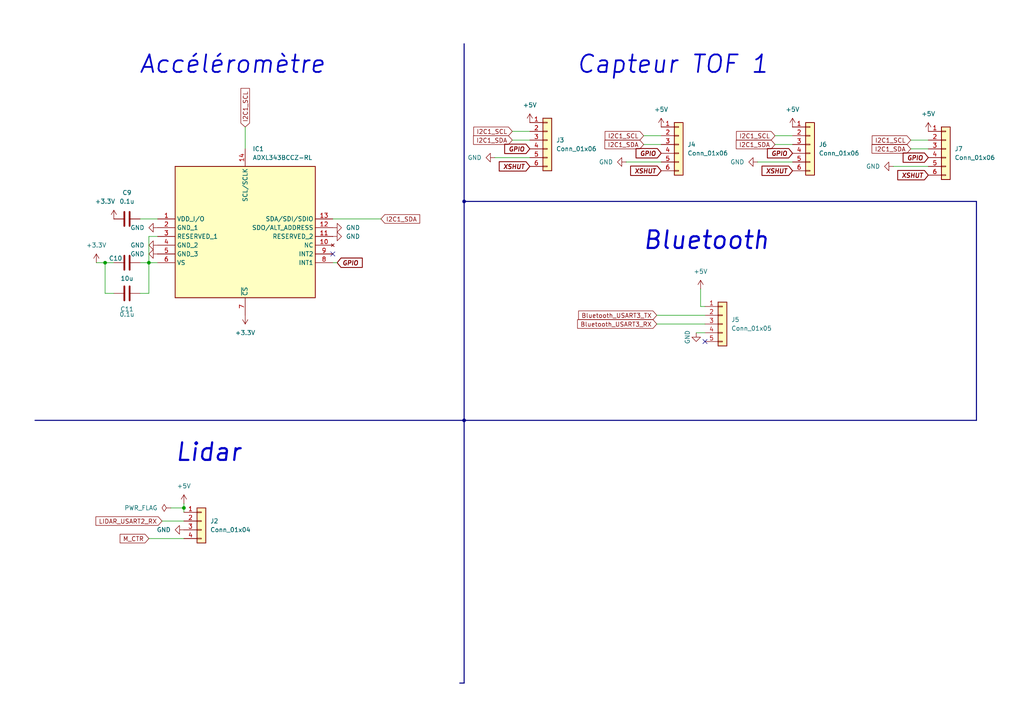
<source format=kicad_sch>
(kicad_sch (version 20250114) (generator "eeschema") (generator_version "9.0")
  (paper "A4")
  (lib_symbols
    (symbol "ADXL343BCCZ-RL:ADXL343BCCZ-RL"
      (property "Reference" "IC" (at 46.99 20.32 0))
      (property "Value" "ADXL343BCCZ-RL" (at 46.99 17.78 0))
      (symbol "ADXL343BCCZ-RL_1_1"
        (rectangle (start 5.08 15.24) (end 45.72 -22.86) (stroke (width 0.254)) (fill (type background)))
        (pin passive line (at 0 0 0) (length 5.08) (name "VDD_I/O") (number "1"))
        (pin passive line (at 0 -2.54 0) (length 5.08) (name "GND_1") (number "2"))
        (pin passive line (at 0 -5.08 0) (length 5.08) (name "RESERVED_1") (number "3"))
        (pin passive line (at 0 -7.62 0) (length 5.08) (name "GND_2") (number "4"))
        (pin passive line (at 0 -10.16 0) (length 5.08) (name "GND_3") (number "5"))
        (pin passive line (at 0 -12.7 0) (length 5.08) (name "VS") (number "6"))
        (pin passive line (at 25.4 20.32 270) (length 5.08) (name "SCL/SCLK") (number "14"))
        (pin passive line (at 25.4 -27.94 90) (length 5.08) (name "~{CS}") (number "7"))
        (pin passive line (at 50.8 0 180) (length 5.08) (name "SDA/SDI/SDIO") (number "13"))
        (pin passive line (at 50.8 -2.54 180) (length 5.08) (name "SDO/ALT_ADDRESS") (number "12"))
        (pin passive line (at 50.8 -5.08 180) (length 5.08) (name "RESERVED_2") (number "11"))
        (pin no_connect line (at 50.8 -7.62 180) (length 5.08) (name "NC") (number "10"))
        (pin passive line (at 50.8 -10.16 180) (length 5.08) (name "INT2") (number "9"))
        (pin passive line (at 50.8 -12.7 180) (length 5.08) (name "INT1") (number "8"))
      )
    )
    (symbol "Connector_Generic:Conn_01x04" (pin_names (offset 1.016) (hide yes))
      (property "Reference" "J" (at 0 5.08 0))
      (property "Value" "Conn_01x04" (at 0 -7.62 0))
      (symbol "Conn_01x04_1_1"
        (rectangle (start -1.27 3.81) (end 1.27 -6.35) (stroke (width 0.254)) (fill (type background)))
        (rectangle (start -1.27 2.667) (end 0 2.413) (stroke (width 0.1524)))
        (rectangle (start -1.27 0.127) (end 0 -0.127) (stroke (width 0.1524)))
        (rectangle (start -1.27 -2.413) (end 0 -2.667) (stroke (width 0.1524)))
        (rectangle (start -1.27 -4.953) (end 0 -5.207) (stroke (width 0.1524)))
        (pin passive line (at -5.08 2.54 0) (length 3.81) (name "Pin_1") (number "1"))
        (pin passive line (at -5.08 0 0) (length 3.81) (name "Pin_2") (number "2"))
        (pin passive line (at -5.08 -2.54 0) (length 3.81) (name "Pin_3") (number "3"))
        (pin passive line (at -5.08 -5.08 0) (length 3.81) (name "Pin_4") (number "4"))
      )
    )
    (symbol "Connector_Generic:Conn_01x05" (pin_names (offset 1.016) (hide yes))
      (property "Reference" "J" (at 0 7.62 0))
      (property "Value" "Conn_01x05" (at 0 -7.62 0))
      (symbol "Conn_01x05_1_1"
        (rectangle (start -1.27 6.35) (end 1.27 -6.35) (stroke (width 0.254)) (fill (type background)))
        (rectangle (start -1.27 5.207) (end 0 4.953) (stroke (width 0.1524)))
        (rectangle (start -1.27 2.667) (end 0 2.413) (stroke (width 0.1524)))
        (rectangle (start -1.27 0.127) (end 0 -0.127) (stroke (width 0.1524)))
        (rectangle (start -1.27 -2.413) (end 0 -2.667) (stroke (width 0.1524)))
        (rectangle (start -1.27 -4.953) (end 0 -5.207) (stroke (width 0.1524)))
        (pin passive line (at -5.08 5.08 0) (length 3.81) (name "Pin_1") (number "1"))
        (pin passive line (at -5.08 2.54 0) (length 3.81) (name "Pin_2") (number "2"))
        (pin passive line (at -5.08 0 0) (length 3.81) (name "Pin_3") (number "3"))
        (pin passive line (at -5.08 -2.54 0) (length 3.81) (name "Pin_4") (number "4"))
        (pin passive line (at -5.08 -5.08 0) (length 3.81) (name "Pin_5") (number "5"))
      )
    )
    (symbol "Connector_Generic:Conn_01x06" (pin_names (offset 1.016) (hide yes))
      (property "Reference" "J" (at 0 7.62 0))
      (property "Value" "Conn_01x06" (at 0 -10.16 0))
      (symbol "Conn_01x06_1_1"
        (rectangle (start -1.27 6.35) (end 1.27 -8.89) (stroke (width 0.254)) (fill (type background)))
        (rectangle (start -1.27 5.207) (end 0 4.953) (stroke (width 0.1524)))
        (rectangle (start -1.27 2.667) (end 0 2.413) (stroke (width 0.1524)))
        (rectangle (start -1.27 0.127) (end 0 -0.127) (stroke (width 0.1524)))
        (rectangle (start -1.27 -2.413) (end 0 -2.667) (stroke (width 0.1524)))
        (rectangle (start -1.27 -4.953) (end 0 -5.207) (stroke (width 0.1524)))
        (rectangle (start -1.27 -7.493) (end 0 -7.747) (stroke (width 0.1524)))
        (pin passive line (at -5.08 5.08 0) (length 3.81) (name "Pin_1") (number "1"))
        (pin passive line (at -5.08 2.54 0) (length 3.81) (name "Pin_2") (number "2"))
        (pin passive line (at -5.08 0 0) (length 3.81) (name "Pin_3") (number "3"))
        (pin passive line (at -5.08 -2.54 0) (length 3.81) (name "Pin_4") (number "4"))
        (pin passive line (at -5.08 -5.08 0) (length 3.81) (name "Pin_5") (number "5"))
        (pin passive line (at -5.08 -7.62 0) (length 3.81) (name "Pin_6") (number "6"))
      )
    )
    (symbol "Device:C" (pin_numbers (hide yes)) (pin_names (offset 0.254))
      (property "Reference" "C" (at 0.635 2.54 0))
      (property "Value" "C" (at 0.635 -2.54 0))
      (symbol "C_0_1"
        (polyline (pts (xy -2.032 0.762) (xy 2.032 0.762)) (stroke (width 0.508)))
        (polyline (pts (xy -2.032 -0.762) (xy 2.032 -0.762)) (stroke (width 0.508)))
      )
      (symbol "C_1_1"
        (pin passive line (at 0 3.81 270) (length 2.794) (name "~") (number "1"))
        (pin passive line (at 0 -3.81 90) (length 2.794) (name "~") (number "2"))
      )
    )
    (symbol "power:+3.3V" (power) (pin_numbers (hide yes)) (pin_names (offset 0) (hide yes))
      (property "Value" "+3.3V" (at 0 3.556 0))
      (symbol "+3.3V_0_1"
        (polyline (pts (xy -0.762 1.27) (xy 0 2.54)))
        (polyline (pts (xy 0 2.54) (xy 0.762 1.27)))
        (polyline (pts (xy 0 0) (xy 0 2.54)))
      )
      (symbol "+3.3V_1_1"
        (pin power_in line (at 0 0 90) (length 0) (name "~") (number "1"))
      )
    )
    (symbol "power:+5V" (power) (pin_numbers (hide yes)) (pin_names (offset 0) (hide yes))
      (property "Value" "+5V" (at 0 3.556 0))
      (symbol "+5V_0_1"
        (polyline (pts (xy -0.762 1.27) (xy 0 2.54)))
        (polyline (pts (xy 0 2.54) (xy 0.762 1.27)))
        (polyline (pts (xy 0 0) (xy 0 2.54)))
      )
      (symbol "+5V_1_1"
        (pin power_in line (at 0 0 90) (length 0) (name "~") (number "1"))
      )
    )
    (symbol "power:GND" (power) (pin_numbers (hide yes)) (pin_names (offset 0) (hide yes))
      (property "Value" "GND" (at 0 -3.81 0))
      (symbol "GND_0_1"
        (polyline (pts (xy 0 0) (xy 0 -1.27) (xy 1.27 -1.27) (xy 0 -2.54) (xy -1.27 -1.27) (xy 0 -1.27)))
      )
      (symbol "GND_1_1"
        (pin power_in line (at 0 0 270) (length 0) (name "~") (number "1"))
      )
    )
    (symbol "power:PWR_FLAG" (power) (pin_numbers (hide yes)) (pin_names (offset 0) (hide yes))
      (property "Value" "PWR_FLAG" (at 0 3.81 0))
      (symbol "PWR_FLAG_0_0"
        (pin power_out line (at 0 0 90) (length 0) (name "~") (number "1"))
      )
      (symbol "PWR_FLAG_0_1"
        (polyline (pts (xy 0 0) (xy 0 1.27) (xy -1.016 1.905) (xy 0 2.54) (xy 1.016 1.905) (xy 0 1.27)))
      )
    )
  )
  (text "Lidar\n" (at 60.452 131.318 0) (effects (font (size 5.08 5.08) (thickness 0.635) (italic yes))))
  (text "Bluetooth " (at 206.756 69.85 0) (effects (font (size 5.08 5.08) (thickness 0.635) (italic yes))))
  (text "Accéléromètre " (at 69.342 18.796 0) (effects (font (size 5.08 5.08) (thickness 0.508) (bold yes) (italic yes))))
  (text "Capteur TOF 1" (at 195.072 18.796 0) (effects (font (size 5.08 5.08) (thickness 0.508) (bold yes) (italic yes))))
  (junction (at 134.62 58.42))
  (junction (at 53.34 147.32))
  (junction (at 30.48 76.2))
  (junction (at 134.62 121.92))
  (junction (at 43.18 76.2))
  (no_connect (at 204.47 99.06))
  (no_connect (at 96.52 73.66))
  (bus (pts (xy 283.21 58.42) (xy 283.21 121.92)))
  (wire (pts (xy 190.5 91.44) (xy 204.47 91.44)))
  (bus (pts (xy 10.16 121.92) (xy 134.62 121.92)))
  (bus (pts (xy 283.21 121.92) (xy 134.62 121.92)))
  (wire (pts (xy 148.59 38.1) (xy 153.67 38.1)))
  (wire (pts (xy 201.93 96.52) (xy 204.47 96.52)))
  (wire (pts (xy 71.12 36.83) (xy 71.12 43.18)))
  (wire (pts (xy 43.18 156.21) (xy 53.34 156.21)))
  (wire (pts (xy 45.72 68.58) (xy 43.18 68.58)))
  (wire (pts (xy 49.53 147.32) (xy 53.34 147.32)))
  (wire (pts (xy 43.18 68.58) (xy 43.18 76.2)))
  (wire (pts (xy 264.16 40.64) (xy 269.24 40.64)))
  (wire (pts (xy 43.18 76.2) (xy 45.72 76.2)))
  (wire (pts (xy 96.52 63.5) (xy 110.49 63.5)))
  (bus (pts (xy 134.62 12.7) (xy 134.62 58.42)))
  (wire (pts (xy 27.94 76.2) (xy 30.48 76.2)))
  (wire (pts (xy 203.2 83.82) (xy 203.2 88.9)))
  (wire (pts (xy 143.51 45.72) (xy 153.67 45.72)))
  (wire (pts (xy 264.16 43.18) (xy 269.24 43.18)))
  (wire (pts (xy 53.34 146.05) (xy 53.34 147.32)))
  (wire (pts (xy 203.2 88.9) (xy 204.47 88.9)))
  (wire (pts (xy 224.79 39.37) (xy 229.87 39.37)))
  (wire (pts (xy 46.99 151.13) (xy 53.34 151.13)))
  (wire (pts (xy 30.48 76.2) (xy 33.02 76.2)))
  (bus (pts (xy 134.62 58.42) (xy 134.62 121.92)))
  (wire (pts (xy 190.5 93.98) (xy 204.47 93.98)))
  (bus (pts (xy 134.62 58.42) (xy 283.21 58.42)))
  (wire (pts (xy 186.69 41.91) (xy 191.77 41.91)))
  (wire (pts (xy 97.79 76.2) (xy 96.52 76.2)))
  (wire (pts (xy 181.61 46.99) (xy 191.77 46.99)))
  (wire (pts (xy 259.08 48.26) (xy 269.24 48.26)))
  (wire (pts (xy 40.64 63.5) (xy 45.72 63.5)))
  (wire (pts (xy 186.69 39.37) (xy 191.77 39.37)))
  (wire (pts (xy 219.71 46.99) (xy 229.87 46.99)))
  (bus (pts (xy 134.62 121.92) (xy 134.62 198.12)))
  (wire (pts (xy 40.64 76.2) (xy 43.18 76.2)))
  (wire (pts (xy 33.02 85.09) (xy 30.48 85.09)))
  (wire (pts (xy 43.18 85.09) (xy 43.18 76.2)))
  (wire (pts (xy 224.79 41.91) (xy 229.87 41.91)))
  (wire (pts (xy 53.34 147.32) (xy 53.34 148.59)))
  (wire (pts (xy 30.48 85.09) (xy 30.48 76.2)))
  (bus (pts (xy 133.35 198.12) (xy 134.62 198.12)))
  (wire (pts (xy 40.64 85.09) (xy 43.18 85.09)))
  (wire (pts (xy 148.59 40.64) (xy 153.67 40.64)))
  (global_label "GPIO" (shape input) (at 191.77 44.45 180) (effects (font (thickness 0.254) (bold yes) (italic yes))) (property "Intersheetrefs" "${INTERSHEET_REFS}" (effects (hide yes))))
  (global_label "Bluetooth_USART3_RX" (shape input) (at 190.5 93.98 180) (property "Intersheetrefs" "${INTERSHEET_REFS}" (effects (hide yes))))
  (global_label "GPIO" (shape input) (at 97.79 76.2 0) (effects (font (thickness 0.254) (bold yes) (italic yes))) (property "Intersheetrefs" "${INTERSHEET_REFS}" (effects (hide yes))))
  (global_label "I2C1_SCL" (shape input) (at 186.69 39.37 180) (property "Intersheetrefs" "${INTERSHEET_REFS}" (effects (hide yes))))
  (global_label "I2C1_SCL" (shape input) (at 71.12 36.83 90) (property "Intersheetrefs" "${INTERSHEET_REFS}" (effects (hide yes))))
  (global_label "I2C1_SDA" (shape input) (at 224.79 41.91 180) (property "Intersheetrefs" "${INTERSHEET_REFS}" (effects (hide yes))))
  (global_label "GPIO" (shape input) (at 269.24 45.72 180) (effects (font (thickness 0.254) (bold yes) (italic yes))) (property "Intersheetrefs" "${INTERSHEET_REFS}" (effects (hide yes))))
  (global_label "I2C1_SDA" (shape input) (at 148.59 40.64 180) (property "Intersheetrefs" "${INTERSHEET_REFS}" (effects (hide yes))))
  (global_label "LIDAR_USART2_RX" (shape input) (at 46.99 151.13 180) (property "Intersheetrefs" "${INTERSHEET_REFS}" (effects (hide yes))))
  (global_label "I2C1_SCL" (shape input) (at 224.79 39.37 180) (property "Intersheetrefs" "${INTERSHEET_REFS}" (effects (hide yes))))
  (global_label "XSHUT" (shape input) (at 191.77 49.53 180) (effects (font (thickness 0.254) (bold yes) (italic yes))) (property "Intersheetrefs" "${INTERSHEET_REFS}" (effects (hide yes))))
  (global_label "XSHUT" (shape input) (at 153.67 48.26 180) (effects (font (thickness 0.254) (bold yes) (italic yes))) (property "Intersheetrefs" "${INTERSHEET_REFS}" (effects (hide yes))))
  (global_label "M_CTR" (shape input) (at 43.18 156.21 180) (property "Intersheetrefs" "${INTERSHEET_REFS}" (effects (hide yes))))
  (global_label "I2C1_SCL" (shape input) (at 264.16 40.64 180) (property "Intersheetrefs" "${INTERSHEET_REFS}" (effects (hide yes))))
  (global_label "I2C1_SDA" (shape input) (at 264.16 43.18 180) (property "Intersheetrefs" "${INTERSHEET_REFS}" (effects (hide yes))))
  (global_label "XSHUT" (shape input) (at 229.87 49.53 180) (effects (font (thickness 0.254) (bold yes) (italic yes))) (property "Intersheetrefs" "${INTERSHEET_REFS}" (effects (hide yes))))
  (global_label "GPIO" (shape input) (at 153.67 43.18 180) (effects (font (thickness 0.254) (bold yes) (italic yes))) (property "Intersheetrefs" "${INTERSHEET_REFS}" (effects (hide yes))))
  (global_label "Bluetooth_USART3_TX" (shape input) (at 190.5 91.44 180) (property "Intersheetrefs" "${INTERSHEET_REFS}" (effects (hide yes))))
  (global_label "I2C1_SCL" (shape input) (at 148.59 38.1 180) (property "Intersheetrefs" "${INTERSHEET_REFS}" (effects (hide yes))))
  (global_label "XSHUT" (shape input) (at 269.24 50.8 180) (effects (font (thickness 0.254) (bold yes) (italic yes))) (property "Intersheetrefs" "${INTERSHEET_REFS}" (effects (hide yes))))
  (global_label "GPIO" (shape input) (at 229.87 44.45 180) (effects (font (thickness 0.254) (bold yes) (italic yes))) (property "Intersheetrefs" "${INTERSHEET_REFS}" (effects (hide yes))))
  (global_label "I2C1_SDA" (shape input) (at 110.49 63.5 0) (property "Intersheetrefs" "${INTERSHEET_REFS}" (effects (hide yes))))
  (global_label "I2C1_SDA" (shape input) (at 186.69 41.91 180) (property "Intersheetrefs" "${INTERSHEET_REFS}" (effects (hide yes))))
  (symbol (lib_id "power:+3.3V") (at 27.94 76.2 0) (unit 1)
    (property "Reference" "#PWR0127" (effects (hide yes)))
    (property "Value" "+3.3V" (at 27.94 71.12 0))
    (property "Description" "Power symbol creates a global label with name \"+3.3V\"" (effects (hide yes)))
    (instances (project "Projet_Robot" (path "" (reference "#PWR0127") (unit 1))) (project "" (path "" (reference "#PWR?") (unit 1))))
  )
  (symbol (lib_id "power:GND") (at 143.51 45.72 270) (unit 1)
    (property "Reference" "#PWR04" (effects (hide yes)))
    (property "Value" "GND" (at 139.7 45.7199 90) (effects (justify right)))
    (property "Description" "Power symbol creates a global label with name \"GND\" , ground" (effects (hide yes)))
  )
  (symbol (lib_id "power:+5V") (at 191.77 36.83 0) (unit 1)
    (property "Reference" "#PWR06" (effects (hide yes)))
    (property "Value" "+5V" (at 191.77 31.75 0))
    (property "Description" "Power symbol creates a global label with name \"+5V\"" (effects (hide yes)))
  )
  (symbol (lib_id "power:+3.3V") (at 33.02 63.5 0) (unit 1)
    (property "Reference" "#PWR0124" (effects (hide yes)))
    (property "Value" "+3.3V" (at 30.48 58.42 0))
    (property "Description" "Power symbol creates a global label with name \"+3.3V\"" (effects (hide yes)))
    (instances (project "Projet_Robot" (path "" (reference "#PWR0124") (unit 1))) (project "Projet micro" (path "" (reference "#PWR?") (unit 1))))
  )
  (symbol (lib_id "Connector_Generic:Conn_01x06") (at 196.85 41.91 0) (unit 1)
    (property "Reference" "J4" (at 199.39 41.9099 0) (effects (justify left)))
    (property "Value" "Conn_01x06" (at 199.39 44.4499 0) (effects (justify left)))
    (property "Footprint" "Connector_JST:JST_XH_B6B-XH-AM_1x06_P2.50mm_Vertical" (effects (hide yes)))
    (property "Description" "Generic connector, single row, 01x06, script generated (kicad-library-utils/schlib/autogen/connector/)" (effects (hide yes)))
  )
  (symbol (lib_id "Device:C") (at 36.83 76.2 90) (unit 1)
    (property "Reference" "C10" (at 33.528 74.93 90))
    (property "Value" "10u" (at 36.83 80.772 90))
    (property "Footprint" "Capacitor_SMD:C_0603_1608Metric" (effects (hide yes)))
    (property "Description" "Unpolarized capacitor" (effects (hide yes)))
    (instances (project "" (path "" (reference "C10") (unit 1))) (project "Projet micro" (path "" (reference "C2") (unit 1))))
  )
  (symbol (lib_id "power:GND") (at 181.61 46.99 270) (unit 1)
    (property "Reference" "#PWR05" (effects (hide yes)))
    (property "Value" "GND" (at 177.8 46.9899 90) (effects (justify right)))
    (property "Description" "Power symbol creates a global label with name \"GND\" , ground" (effects (hide yes)))
  )
  (symbol (lib_id "power:PWR_FLAG") (at 49.53 147.32 90) (unit 1)
    (property "Reference" "#FLG07" (effects (hide yes)))
    (property "Value" "PWR_FLAG" (at 45.72 147.3199 90) (effects (justify left)))
    (property "Description" "Special symbol for telling ERC where power comes from" (effects (hide yes)))
  )
  (symbol (lib_id "power:+5V") (at 53.34 146.05 0) (unit 1)
    (property "Reference" "#PWR0129" (effects (hide yes)))
    (property "Value" "+5V" (at 53.34 140.97 0))
    (property "Description" "Power symbol creates a global label with name \"+5V\"" (effects (hide yes)))
    (instances (project "Projet_Robot" (path "" (reference "#PWR0129") (unit 1))) (project "" (path "" (reference "#PWR?") (unit 1))))
  )
  (symbol (lib_id "power:+5V") (at 203.2 83.82 0) (unit 1)
    (property "Reference" "#PWR011" (effects (hide yes)))
    (property "Value" "+5V" (at 203.2 78.74 0))
    (property "Description" "Power symbol creates a global label with name \"+5V\"" (effects (hide yes)))
  )
  (symbol (lib_id "Connector_Generic:Conn_01x06") (at 234.95 41.91 0) (unit 1)
    (property "Reference" "J6" (at 237.49 41.9099 0) (effects (justify left)))
    (property "Value" "Conn_01x06" (at 237.49 44.4499 0) (effects (justify left)))
    (property "Footprint" "Connector_JST:JST_XH_B6B-XH-AM_1x06_P2.50mm_Vertical" (effects (hide yes)))
    (property "Description" "Generic connector, single row, 01x06, script generated (kicad-library-utils/schlib/autogen/connector/)" (effects (hide yes)))
  )
  (symbol (lib_id "power:GND") (at 259.08 48.26 270) (unit 1)
    (property "Reference" "#PWR09" (effects (hide yes)))
    (property "Value" "GND" (at 255.27 48.2599 90) (effects (justify right)))
    (property "Description" "Power symbol creates a global label with name \"GND\" , ground" (effects (hide yes)))
  )
  (symbol (lib_id "Connector_Generic:Conn_01x04") (at 58.42 151.13 0) (unit 1)
    (property "Reference" "J2" (at 60.96 151.1299 0) (effects (justify left)))
    (property "Value" "Conn_01x04" (at 60.96 153.6699 0) (effects (justify left)))
    (property "Footprint" "Connector_JST:JST_XH_B4B-XH-AM_1x04_P2.50mm_Vertical" (effects (hide yes)))
    (property "Description" "Generic connector, single row, 01x04, script generated (kicad-library-utils/schlib/autogen/connector/)" (effects (hide yes)))
    (instances (project "" (path "" (reference "J2") (unit 1))) (project "" (path "" (reference "J1") (unit 1))))
  )
  (symbol (lib_id "Connector_Generic:Conn_01x06") (at 158.75 40.64 0) (unit 1)
    (property "Reference" "J3" (at 161.29 40.6399 0) (effects (justify left)))
    (property "Value" "Conn_01x06" (at 161.29 43.1799 0) (effects (justify left)))
    (property "Footprint" "Connector_JST:JST_XH_B6B-XH-AM_1x06_P2.50mm_Vertical" (effects (hide yes)))
    (property "Description" "Generic connector, single row, 01x06, script generated (kicad-library-utils/schlib/autogen/connector/)" (effects (hide yes)))
    (instances (project "" (path "" (reference "J3") (unit 1))) (project "" (path "" (reference "J2") (unit 1))))
  )
  (symbol (lib_id "Connector_Generic:Conn_01x05") (at 209.55 93.98 0) (unit 1)
    (property "Reference" "J5" (at 212.09 92.7099 0) (effects (justify left)))
    (property "Value" "Conn_01x05" (at 212.09 95.2499 0) (effects (justify left)))
    (property "Footprint" "Connector_JST:JST_XH_B6B-XH-AM_1x06_P2.50mm_Vertical" (effects (hide yes)))
    (property "Description" "Generic connector, single row, 01x05, script generated (kicad-library-utils/schlib/autogen/connector/)" (effects (hide yes)))
    (instances (project "" (path "" (reference "J5") (unit 1))) (project "" (path "" (reference "J4") (unit 1))))
  )
  (symbol (lib_id "power:+5V") (at 229.87 36.83 0) (unit 1)
    (property "Reference" "#PWR08" (effects (hide yes)))
    (property "Value" "+5V" (at 229.87 31.75 0))
    (property "Description" "Power symbol creates a global label with name \"+5V\"" (effects (hide yes)))
  )
  (symbol (lib_id "power:GND") (at 96.52 68.58 90) (unit 1)
    (property "Reference" "#PWR0120" (effects (hide yes)))
    (property "Value" "GND" (at 100.33 68.5799 90) (effects (justify right)))
    (property "Description" "Power symbol creates a global label with name \"GND\" , ground" (effects (hide yes)))
    (instances (project "Projet_Robot" (path "" (reference "#PWR0120") (unit 1))) (project "" (path "" (reference "#PWR?") (unit 1))))
  )
  (symbol (lib_id "power:GND") (at 201.93 96.52 0) (unit 1)
    (property "Reference" "#PWR0118" (effects (hide yes)))
    (property "Value" "GND" (at 199.39 97.79 90))
    (property "Description" "Power symbol creates a global label with name \"GND\" , ground" (effects (hide yes)))
    (instances (project "Projet_Robot" (path "" (reference "#PWR0118") (unit 1))) (project "Projet micro" (path "" (reference "#PWR?") (unit 1))))
  )
  (symbol (lib_id "Device:C") (at 36.83 63.5 90) (unit 1)
    (property "Reference" "C9" (at 36.83 55.88 90))
    (property "Value" "0.1u" (at 36.83 58.42 90))
    (property "Footprint" "Capacitor_SMD:C_0603_1608Metric" (effects (hide yes)))
    (property "Description" "Unpolarized capacitor" (effects (hide yes)))
    (instances (project "" (path "" (reference "C9") (unit 1))) (project "" (path "" (reference "C1") (unit 1))))
  )
  (symbol (lib_id "power:GND") (at 45.72 66.04 270) (unit 1)
    (property "Reference" "#PWR0125" (effects (hide yes)))
    (property "Value" "GND" (at 41.91 66.0399 90) (effects (justify right)))
    (property "Description" "Power symbol creates a global label with name \"GND\" , ground" (effects (hide yes)))
    (instances (project "Projet_Robot" (path "" (reference "#PWR0125") (unit 1))) (project "" (path "" (reference "#PWR?") (unit 1))))
  )
  (symbol (lib_id "power:+5V") (at 269.24 38.1 0) (unit 1)
    (property "Reference" "#PWR010" (effects (hide yes)))
    (property "Value" "+5V" (at 269.24 33.02 0))
    (property "Description" "Power symbol creates a global label with name \"+5V\"" (effects (hide yes)))
  )
  (symbol (lib_id "power:GND") (at 45.72 73.66 270) (unit 1)
    (property "Reference" "#PWR0122" (effects (hide yes)))
    (property "Value" "GND" (at 41.91 73.6599 90) (effects (justify right)))
    (property "Description" "Power symbol creates a global label with name \"GND\" , ground" (effects (hide yes)))
    (instances (project "Projet_Robot" (path "" (reference "#PWR0122") (unit 1))) (project "Projet micro" (path "" (reference "#PWR?") (unit 1))))
  )
  (symbol (lib_id "power:+3.3V") (at 71.12 91.44 180) (unit 1)
    (property "Reference" "#PWR0130" (effects (hide yes)))
    (property "Value" "+3.3V" (at 71.12 96.52 0))
    (property "Description" "Power symbol creates a global label with name \"+3.3V\"" (effects (hide yes)))
    (instances (project "Projet_Robot" (path "" (reference "#PWR0130") (unit 1))) (project "Projet micro" (path "" (reference "#PWR?") (unit 1))))
  )
  (symbol (lib_id "power:GND") (at 53.34 153.67 270) (unit 1)
    (property "Reference" "#PWR0128" (effects (hide yes)))
    (property "Value" "GND" (at 49.53 153.6699 90) (effects (justify right)))
    (property "Description" "Power symbol creates a global label with name \"GND\" , ground" (effects (hide yes)))
    (instances (project "Projet_Robot" (path "" (reference "#PWR0128") (unit 1))) (project "" (path "" (reference "#PWR?") (unit 1))))
  )
  (symbol (lib_id "power:GND") (at 96.52 66.04 90) (unit 1)
    (property "Reference" "#PWR0126" (effects (hide yes)))
    (property "Value" "GND" (at 100.33 66.0399 90) (effects (justify right)))
    (property "Description" "Power symbol creates a global label with name \"GND\" , ground" (effects (hide yes)))
    (instances (project "Projet_Robot" (path "" (reference "#PWR0126") (unit 1))) (project "Projet micro" (path "" (reference "#PWR?") (unit 1))))
  )
  (symbol (lib_id "power:GND") (at 219.71 46.99 270) (unit 1)
    (property "Reference" "#PWR07" (effects (hide yes)))
    (property "Value" "GND" (at 215.9 46.9899 90) (effects (justify right)))
    (property "Description" "Power symbol creates a global label with name \"GND\" , ground" (effects (hide yes)))
  )
  (symbol (lib_id "power:GND") (at 45.72 71.12 270) (unit 1)
    (property "Reference" "#PWR0123" (effects (hide yes)))
    (property "Value" "GND" (at 41.91 71.1199 90) (effects (justify right)))
    (property "Description" "Power symbol creates a global label with name \"GND\" , ground" (effects (hide yes)))
    (instances (project "Projet_Robot" (path "" (reference "#PWR0123") (unit 1))) (project "Projet micro" (path "" (reference "#PWR?") (unit 1))))
  )
  (symbol (lib_id "ADXL343BCCZ-RL:ADXL343BCCZ-RL") (at 45.72 63.5 0) (unit 1)
    (property "Reference" "IC1" (at 73.2633 43.18 0) (effects (justify left)))
    (property "Value" "ADXL343BCCZ-RL" (at 73.2633 45.72 0) (effects (justify left)))
    (property "Footprint" "adx:ADXL343BCCZRL" (effects (hide yes)))
    (property "Datasheet" "https://www.analog.com/media/en/technical-documentation/data-sheets/ADXL343.pdf" (effects (hide yes)))
    (property "Description" "Accelerometer X, Y, Z Axis +/-2g, 4g, 8g, 16g 0.05Hz ~ 1.6kHz 14-LGA (3x5)" (effects (hide yes)))
    (property "Height" "1" (effects (hide yes)))
    (property "Mouser Part Number" "584-ADXL343BCCZ-R" (effects (hide yes)))
    (property "Mouser Price/Stock" "https://www.mouser.co.uk/ProductDetail/Analog-Devices/ADXL343BCCZ-RL?qs=WIvQP4zGaniHpowyrbt1Aw%3D%3D" (effects (hide yes)))
    (property "Manufacturer_Name" "Analog Devices" (effects (hide yes)))
    (property "Manufacturer_Part_Number" "ADXL343BCCZ-RL" (effects (hide yes)))
  )
  (symbol (lib_id "power:+5V") (at 153.67 35.56 0) (unit 1)
    (property "Reference" "#PWR03" (effects (hide yes)))
    (property "Value" "+5V" (at 153.67 30.48 0))
    (property "Description" "Power symbol creates a global label with name \"+5V\"" (effects (hide yes)))
  )
  (symbol (lib_id "Connector_Generic:Conn_01x06") (at 274.32 43.18 0) (unit 1)
    (property "Reference" "J7" (at 276.86 43.1799 0) (effects (justify left)))
    (property "Value" "Conn_01x06" (at 276.86 45.7199 0) (effects (justify left)))
    (property "Footprint" "Connector_JST:JST_XH_B6B-XH-AM_1x06_P2.50mm_Vertical" (effects (hide yes)))
    (property "Description" "Generic connector, single row, 01x06, script generated (kicad-library-utils/schlib/autogen/connector/)" (effects (hide yes)))
  )
  (symbol (lib_id "Device:C") (at 36.83 85.09 90) (unit 1)
    (property "Reference" "C11" (at 36.83 89.662 90))
    (property "Value" "0.1u" (at 36.83 91.186 90))
    (property "Footprint" "Capacitor_SMD:C_0603_1608Metric" (effects (hide yes)))
    (property "Description" "Unpolarized capacitor" (effects (hide yes)))
    (instances (project "" (path "" (reference "C11") (unit 1))) (project "Projet micro" (path "" (reference "C3") (unit 1))))
  )
)
</source>
